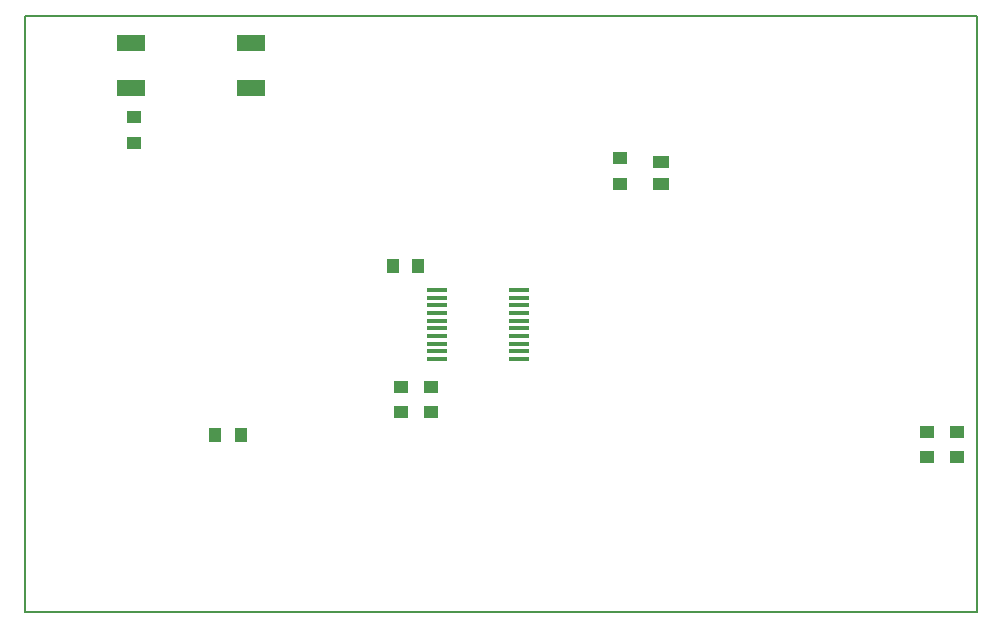
<source format=gbr>
G04 PROTEUS RS274X GERBER FILE*
%FSLAX45Y45*%
%MOMM*%
G01*
%ADD13R,1.701800X0.457200*%
%ADD15R,1.016000X1.270000*%
%ADD16R,1.270000X1.016000*%
%ADD17R,2.387600X1.473200*%
%ADD19R,1.397000X0.990600*%
%ADD70C,0.203200*%
D13*
X-340000Y+290000D03*
X-340000Y+225000D03*
X-340000Y+160000D03*
X-340000Y+95000D03*
X-340000Y+30000D03*
X-340000Y-35000D03*
X-340000Y-100000D03*
X-340000Y-165000D03*
X-340000Y-230000D03*
X-340000Y-295000D03*
X+350000Y-295000D03*
X+350000Y-230000D03*
X+350000Y-165000D03*
X+350000Y-100000D03*
X+350000Y-35000D03*
X+350000Y+30000D03*
X+350000Y+95000D03*
X+350000Y+160000D03*
X+350000Y+225000D03*
X+350000Y+290000D03*
D15*
X-2219300Y-939620D03*
X-2005940Y-939620D03*
D16*
X+4058920Y-1128680D03*
X+4058920Y-915320D03*
X+3808920Y-1128680D03*
X+3808920Y-915320D03*
D17*
X-1914000Y+2381000D03*
X-2930000Y+2000000D03*
X-2930000Y+2381000D03*
X-1914000Y+2000000D03*
D15*
X-713360Y+490000D03*
X-500000Y+490000D03*
D16*
X-2910000Y+1750000D03*
X-2910000Y+1536640D03*
D19*
X+1550000Y+1190000D03*
X+1550000Y+1370000D03*
D16*
X+1210000Y+1190000D03*
X+1210000Y+1403360D03*
X-393700Y-746760D03*
X-393700Y-533400D03*
X-645160Y-746760D03*
X-645160Y-533400D03*
D70*
X-3830000Y-2435820D02*
X+4230920Y-2435820D01*
X+4230920Y+2610960D01*
X-3830000Y+2610960D01*
X-3830000Y-2435820D01*
M02*

</source>
